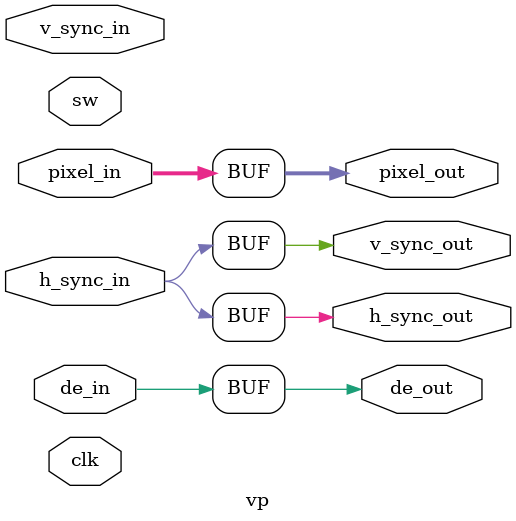
<source format=v>
`timescale 1ns / 1ps


module vp(
    input clk,
    input de_in,
    input h_sync_in,
    input v_sync_in,
    input [23:0] pixel_in,
    input [2:0] sw,
    output de_out,
    output h_sync_out,
    output v_sync_out,
    output [23:0] pixel_out
    );
    
    assign de_out=de_in;
    assign h_sync_out=h_sync_in;
    assign v_sync_out=h_sync_in;
    assign pixel_out=pixel_in;
    
endmodule

</source>
